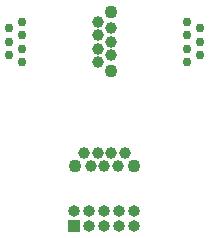
<source format=gbr>
%TF.GenerationSoftware,KiCad,Pcbnew,8.99.0-unknown-ac73616e7c~181~ubuntu24.04.1*%
%TF.CreationDate,2024-12-23T20:21:58-05:00*%
%TF.ProjectId,EZConnect,455a436f-6e6e-4656-9374-2e6b69636164,rev?*%
%TF.SameCoordinates,Original*%
%TF.FileFunction,Soldermask,Top*%
%TF.FilePolarity,Negative*%
%FSLAX46Y46*%
G04 Gerber Fmt 4.6, Leading zero omitted, Abs format (unit mm)*
G04 Created by KiCad (PCBNEW 8.99.0-unknown-ac73616e7c~181~ubuntu24.04.1) date 2024-12-23 20:21:58*
%MOMM*%
%LPD*%
G01*
G04 APERTURE LIST*
%ADD10C,1.000000*%
%ADD11C,1.100000*%
%ADD12C,0.750000*%
%ADD13R,1.000000X1.000000*%
%ADD14O,1.000000X1.000000*%
G04 APERTURE END LIST*
D10*
%TO.C,J2*%
X153375000Y-105950000D03*
X154525000Y-105950000D03*
X155675000Y-105950000D03*
X156825000Y-105950000D03*
X153950000Y-107050000D03*
X155100000Y-107050000D03*
X156250000Y-107050000D03*
D11*
X152600000Y-107050000D03*
X157600000Y-107050000D03*
%TD*%
D10*
%TO.C,J1*%
X154550000Y-98225000D03*
X154550000Y-97075000D03*
X154550000Y-95925000D03*
X154550000Y-94775000D03*
X155650000Y-97650000D03*
X155650000Y-96500000D03*
X155650000Y-95350000D03*
D11*
X155650000Y-99000000D03*
X155650000Y-94000000D03*
%TD*%
D12*
%TO.C,J5*%
X148150000Y-94775000D03*
X148150000Y-95925000D03*
X148150000Y-97075000D03*
X148150000Y-98225000D03*
X147050000Y-95350000D03*
X147050000Y-96500000D03*
X147050000Y-97650000D03*
%TD*%
D13*
%TO.C,J3*%
X152550000Y-112125000D03*
D14*
X152550000Y-110855000D03*
X153820000Y-112125000D03*
X153820000Y-110855000D03*
X155090000Y-112125000D03*
X155090000Y-110855000D03*
X156360000Y-112125000D03*
X156360000Y-110855000D03*
X157630000Y-112125000D03*
X157630000Y-110855000D03*
%TD*%
D12*
%TO.C,J4*%
X162050000Y-98225000D03*
X162050000Y-97075000D03*
X162050000Y-95925000D03*
X162050000Y-94775000D03*
X163150000Y-97650000D03*
X163150000Y-96500000D03*
X163150000Y-95350000D03*
%TD*%
M02*

</source>
